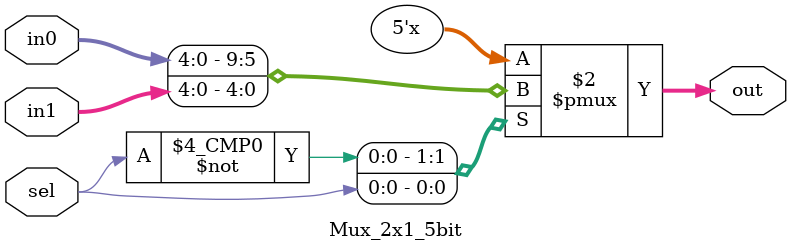
<source format=v>
module Mux_2x1_5bit(sel, in0, in1, out);
	input sel;
	input [4:0] in0, in1;
	output reg [4:0] out;
	always @ (sel or in0 or in1)
	begin
		case (sel)
			1'b0: out = in0;
			1'b1: out = in1;
		endcase
	end
endmodule

</source>
